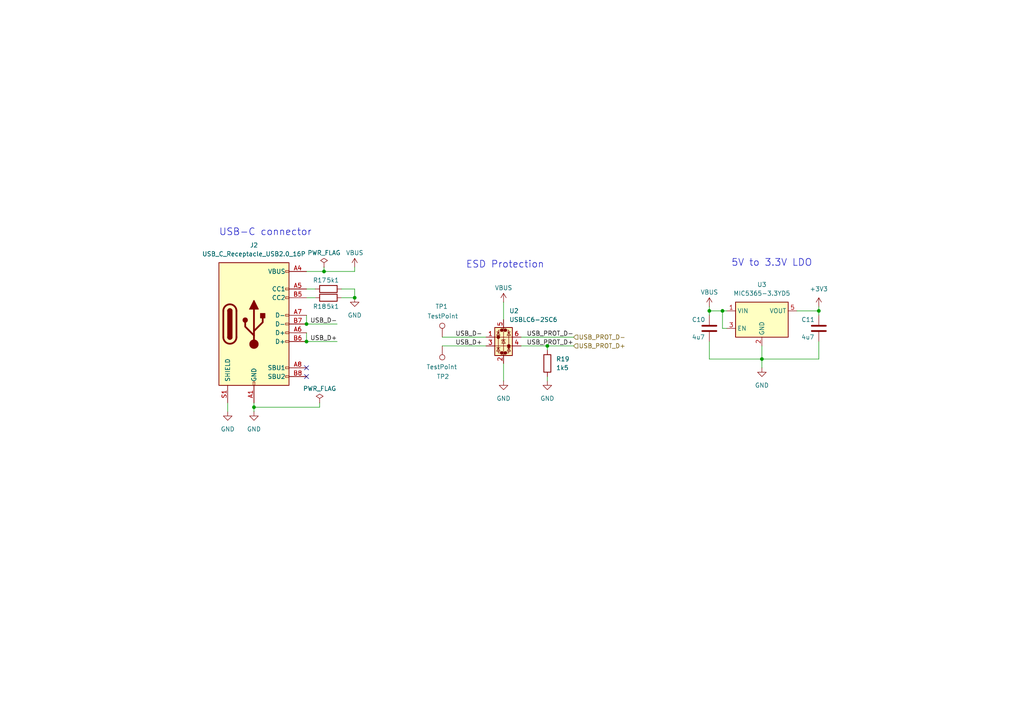
<source format=kicad_sch>
(kicad_sch (version 20231120) (generator "eeschema") (generator_version "8.0")
  (paper "A4")
  (lib_symbols
    (symbol "Connector:TestPoint" (pin_numbers hide) (pin_names (offset 0.762) hide)
      (property "Reference" "TP" (at 0 6.858 0))
      (property "Value" "TestPoint" (at 0 5.08 0))
      (symbol "TestPoint_0_1"
        (circle (center 0 3.302) (radius 0.762))
      )
      (symbol "TestPoint_1_1"
        (pin passive line (at 0 0 90) (length 2.54) (name "1") (number "1"))
      )
    )
    (symbol "Connector:USB_C_Receptacle_USB2.0_16P" (pin_names (offset 1.016))
      (property "Reference" "J" (at 0 22.225 0))
      (property "Value" "USB_C_Receptacle_USB2.0_16P" (at 0 19.685 0))
      (symbol "USB_C_Receptacle_USB2.0_16P_0_0"
        (rectangle (start -0.254 -17.78) (end 0.254 -16.764))
        (rectangle (start 10.16 -14.986) (end 9.144 -15.494))
        (rectangle (start 10.16 -12.446) (end 9.144 -12.954))
        (rectangle (start 10.16 -4.826) (end 9.144 -5.334))
        (rectangle (start 10.16 -2.286) (end 9.144 -2.794))
        (rectangle (start 10.16 0.254) (end 9.144 -0.254))
        (rectangle (start 10.16 2.794) (end 9.144 2.286))
        (rectangle (start 10.16 7.874) (end 9.144 7.366))
        (rectangle (start 10.16 10.414) (end 9.144 9.906))
        (rectangle (start 10.16 15.494) (end 9.144 14.986))
      )
      (symbol "USB_C_Receptacle_USB2.0_16P_0_1"
        (rectangle (start -10.16 17.78) (end 10.16 -17.78) (stroke (width 0.254)) (fill (type background)))
        (arc (start -8.89 -3.81) (mid -6.985 -5.7067) (end -5.08 -3.81) (stroke (width 0.508)))
        (arc (start -7.62 -3.81) (mid -6.985 -4.4423) (end -6.35 -3.81) (stroke (width 0.254)))
        (arc (start -7.62 -3.81) (mid -6.985 -4.4423) (end -6.35 -3.81) (stroke (width 0.254)) (fill (type outline)))
        (rectangle (start -7.62 -3.81) (end -6.35 3.81) (stroke (width 0.254)) (fill (type outline)))
        (arc (start -6.35 3.81) (mid -6.985 4.4423) (end -7.62 3.81) (stroke (width 0.254)))
        (arc (start -6.35 3.81) (mid -6.985 4.4423) (end -7.62 3.81) (stroke (width 0.254)) (fill (type outline)))
        (arc (start -5.08 3.81) (mid -6.985 5.7067) (end -8.89 3.81) (stroke (width 0.508)))
        (circle (center -2.54 1.143) (radius 0.635) (stroke (width 0.254)) (fill (type outline)))
        (circle (center 0 -5.842) (radius 1.27) (fill (type outline)))
        (polyline (pts (xy -8.89 -3.81) (xy -8.89 3.81)) (stroke (width 0.508)))
        (polyline (pts (xy -5.08 3.81) (xy -5.08 -3.81)) (stroke (width 0.508)))
        (polyline (pts (xy 0 -5.842) (xy 0 4.318)) (stroke (width 0.508)))
        (polyline (pts (xy 0 -3.302) (xy -2.54 -0.762) (xy -2.54 0.508)) (stroke (width 0.508)))
        (polyline (pts (xy 0 -2.032) (xy 2.54 0.508) (xy 2.54 1.778)) (stroke (width 0.508)))
        (polyline (pts (xy -1.27 4.318) (xy 0 6.858) (xy 1.27 4.318) (xy -1.27 4.318)) (stroke (width 0.254)) (fill (type outline)))
        (rectangle (start 1.905 1.778) (end 3.175 3.048) (stroke (width 0.254)) (fill (type outline)))
      )
      (symbol "USB_C_Receptacle_USB2.0_16P_1_1"
        (pin passive line (at 0 -22.86 90) (length 5.08) (name "GND") (number "A1"))
        (pin passive line (at 0 -22.86 90) (length 5.08) hide (name "GND") (number "A12"))
        (pin passive line (at 15.24 15.24 180) (length 5.08) (name "VBUS") (number "A4"))
        (pin bidirectional line (at 15.24 10.16 180) (length 5.08) (name "CC1") (number "A5"))
        (pin bidirectional line (at 15.24 -2.54 180) (length 5.08) (name "D+") (number "A6"))
        (pin bidirectional line (at 15.24 2.54 180) (length 5.08) (name "D-") (number "A7"))
        (pin bidirectional line (at 15.24 -12.7 180) (length 5.08) (name "SBU1") (number "A8"))
        (pin passive line (at 15.24 15.24 180) (length 5.08) hide (name "VBUS") (number "A9"))
        (pin passive line (at 0 -22.86 90) (length 5.08) hide (name "GND") (number "B1"))
        (pin passive line (at 0 -22.86 90) (length 5.08) hide (name "GND") (number "B12"))
        (pin passive line (at 15.24 15.24 180) (length 5.08) hide (name "VBUS") (number "B4"))
        (pin bidirectional line (at 15.24 7.62 180) (length 5.08) (name "CC2") (number "B5"))
        (pin bidirectional line (at 15.24 -5.08 180) (length 5.08) (name "D+") (number "B6"))
        (pin bidirectional line (at 15.24 0 180) (length 5.08) (name "D-") (number "B7"))
        (pin bidirectional line (at 15.24 -15.24 180) (length 5.08) (name "SBU2") (number "B8"))
        (pin passive line (at 15.24 15.24 180) (length 5.08) hide (name "VBUS") (number "B9"))
        (pin passive line (at -7.62 -22.86 90) (length 5.08) (name "SHIELD") (number "S1"))
      )
    )
    (symbol "Device:C" (pin_numbers hide) (pin_names (offset 0.254))
      (property "Reference" "C" (at 0.635 2.54 0))
      (property "Value" "C" (at 0.635 -2.54 0))
      (symbol "C_0_1"
        (polyline (pts (xy -2.032 -0.762) (xy 2.032 -0.762)) (stroke (width 0.508)))
        (polyline (pts (xy -2.032 0.762) (xy 2.032 0.762)) (stroke (width 0.508)))
      )
      (symbol "C_1_1"
        (pin passive line (at 0 3.81 270) (length 2.794) (name "~") (number "1"))
        (pin passive line (at 0 -3.81 90) (length 2.794) (name "~") (number "2"))
      )
    )
    (symbol "Device:R" (pin_numbers hide) (pin_names (offset 0))
      (property "Reference" "R" (at 2.032 0 90))
      (property "Value" "R" (at 0 0 90))
      (symbol "R_0_1"
        (rectangle (start -1.016 -2.54) (end 1.016 2.54) (stroke (width 0.254)))
      )
      (symbol "R_1_1"
        (pin passive line (at 0 3.81 270) (length 1.27) (name "~") (number "1"))
        (pin passive line (at 0 -3.81 90) (length 1.27) (name "~") (number "2"))
      )
    )
    (symbol "Power_Protection:USBLC6-2SC6" (pin_names hide)
      (property "Reference" "U" (at 0.635 5.715 0))
      (property "Value" "USBLC6-2SC6" (at 0.635 3.81 0))
      (symbol "USBLC6-2SC6_0_0"
        (circle (center -1.524 0) (radius 0.0001) (stroke (width 0.508)))
        (circle (center -0.508 -4.572) (radius 0.0001) (stroke (width 0.508)))
        (circle (center -0.508 2.032) (radius 0.0001) (stroke (width 0.508)))
        (circle (center 0.508 -4.572) (radius 0.0001) (stroke (width 0.508)))
        (circle (center 0.508 2.032) (radius 0.0001) (stroke (width 0.508)))
        (circle (center 1.524 -2.54) (radius 0.0001) (stroke (width 0.508)))
      )
      (symbol "USBLC6-2SC6_0_1"
        (polyline (pts (xy -2.54 -2.54) (xy 2.54 -2.54)))
        (polyline (pts (xy -2.54 0) (xy 2.54 0)))
        (polyline (pts (xy -2.032 -3.048) (xy -1.016 -3.048)))
        (polyline (pts (xy -1.016 1.524) (xy -2.032 1.524)))
        (polyline (pts (xy 1.016 -3.048) (xy 2.032 -3.048)))
        (polyline (pts (xy 1.016 1.524) (xy 2.032 1.524)))
        (polyline (pts (xy -0.508 -1.143) (xy -0.508 -0.762) (xy 0.508 -0.762)))
        (polyline (pts (xy -2.032 0.508) (xy -1.016 0.508) (xy -1.524 1.524) (xy -2.032 0.508)))
        (polyline (pts (xy -1.016 -4.064) (xy -2.032 -4.064) (xy -1.524 -3.048) (xy -1.016 -4.064)))
        (polyline (pts (xy 0.508 -1.778) (xy -0.508 -1.778) (xy 0 -0.762) (xy 0.508 -1.778)))
        (polyline (pts (xy 2.032 -4.064) (xy 1.016 -4.064) (xy 1.524 -3.048) (xy 2.032 -4.064)))
        (polyline (pts (xy 2.032 0.508) (xy 1.016 0.508) (xy 1.524 1.524) (xy 2.032 0.508)))
        (polyline (pts (xy 0 2.54) (xy -0.508 2.032) (xy 0.508 2.032) (xy 0 1.524) (xy 0 -4.064) (xy -0.508 -4.572) (xy 0.508 -4.572) (xy 0 -5.08)))
      )
      (symbol "USBLC6-2SC6_1_1"
        (rectangle (start -2.54 2.794) (end 2.54 -5.334) (stroke (width 0.254)) (fill (type background)))
        (polyline (pts (xy -0.508 2.032) (xy -1.524 2.032) (xy -1.524 -4.572) (xy -0.508 -4.572)))
        (polyline (pts (xy 0.508 -4.572) (xy 1.524 -4.572) (xy 1.524 2.032) (xy 0.508 2.032)))
        (pin passive line (at -5.08 0 0) (length 2.54) (name "I/O1") (number "1"))
        (pin passive line (at 0 -7.62 90) (length 2.54) (name "GND") (number "2"))
        (pin passive line (at -5.08 -2.54 0) (length 2.54) (name "I/O2") (number "3"))
        (pin passive line (at 5.08 -2.54 180) (length 2.54) (name "I/O2") (number "4"))
        (pin passive line (at 0 5.08 270) (length 2.54) (name "VBUS") (number "5"))
        (pin passive line (at 5.08 0 180) (length 2.54) (name "I/O1") (number "6"))
      )
    )
    (symbol "Regulator_Linear:MIC5365-3.3YD5"
      (property "Reference" "U" (at -7.62 6.35 0))
      (property "Value" "MIC5365-3.3YD5" (at 0 6.35 0))
      (symbol "MIC5365-3.3YD5_0_1"
        (rectangle (start -7.62 -5.08) (end 7.62 5.08) (stroke (width 0.254)) (fill (type background)))
      )
      (symbol "MIC5365-3.3YD5_1_1"
        (pin power_in line (at -10.16 2.54 0) (length 2.54) (name "VIN") (number "1"))
        (pin power_in line (at 0 -7.62 90) (length 2.54) (name "GND") (number "2"))
        (pin input line (at -10.16 -2.54 0) (length 2.54) (name "EN") (number "3"))
        (pin no_connect line (at 7.62 -2.54 180) (length 2.54) hide (name "NC") (number "4"))
        (pin power_out line (at 10.16 2.54 180) (length 2.54) (name "VOUT") (number "5"))
      )
    )
    (symbol "power:+3V3" (power) (pin_numbers hide) (pin_names (offset 0) hide)
      (property "Value" "+3V3" (at 0 3.556 0))
      (symbol "+3V3_0_1"
        (polyline (pts (xy -0.762 1.27) (xy 0 2.54)))
        (polyline (pts (xy 0 0) (xy 0 2.54)))
        (polyline (pts (xy 0 2.54) (xy 0.762 1.27)))
      )
      (symbol "+3V3_1_1"
        (pin power_in line (at 0 0 90) (length 0) (name "~") (number "1"))
      )
    )
    (symbol "power:GND" (power) (pin_numbers hide) (pin_names (offset 0) hide)
      (property "Value" "GND" (at 0 -3.81 0))
      (symbol "GND_0_1"
        (polyline (pts (xy 0 0) (xy 0 -1.27) (xy 1.27 -1.27) (xy 0 -2.54) (xy -1.27 -1.27) (xy 0 -1.27)))
      )
      (symbol "GND_1_1"
        (pin power_in line (at 0 0 270) (length 0) (name "~") (number "1"))
      )
    )
    (symbol "power:PWR_FLAG" (power) (pin_numbers hide) (pin_names (offset 0) hide)
      (property "Value" "PWR_FLAG" (at 0 3.81 0))
      (symbol "PWR_FLAG_0_0"
        (pin power_out line (at 0 0 90) (length 0) (name "~") (number "1"))
      )
      (symbol "PWR_FLAG_0_1"
        (polyline (pts (xy 0 0) (xy 0 1.27) (xy -1.016 1.905) (xy 0 2.54) (xy 1.016 1.905) (xy 0 1.27)))
      )
    )
    (symbol "power:VBUS" (power) (pin_numbers hide) (pin_names (offset 0) hide)
      (property "Value" "VBUS" (at 0 3.556 0))
      (symbol "VBUS_0_1"
        (polyline (pts (xy -0.762 1.27) (xy 0 2.54)))
        (polyline (pts (xy 0 0) (xy 0 2.54)))
        (polyline (pts (xy 0 2.54) (xy 0.762 1.27)))
      )
      (symbol "VBUS_1_1"
        (pin power_in line (at 0 0 90) (length 0) (name "~") (number "1"))
      )
    )
  )
  (junction (at 205.74 90.17))
  (junction (at 237.49 90.17))
  (junction (at 102.87 86.36))
  (junction (at 88.9 93.98))
  (junction (at 209.55 90.17))
  (junction (at 220.98 104.14))
  (junction (at 158.75 100.33))
  (junction (at 93.98 78.74))
  (junction (at 88.9 99.06))
  (junction (at 73.66 118.11))
  (no_connect (at 88.9 109.22))
  (no_connect (at 88.9 106.68))
  (wire (pts (xy 237.49 90.17) (xy 237.49 91.44)))
  (wire (pts (xy 205.74 99.06) (xy 205.74 104.14)))
  (wire (pts (xy 66.04 116.84) (xy 66.04 119.38)))
  (wire (pts (xy 88.9 86.36) (xy 91.44 86.36)))
  (wire (pts (xy 220.98 100.33) (xy 220.98 104.14)))
  (wire (pts (xy 158.75 109.22) (xy 158.75 110.49)))
  (wire (pts (xy 128.27 100.33) (xy 140.97 100.33)))
  (wire (pts (xy 88.9 96.52) (xy 88.9 99.06)))
  (wire (pts (xy 73.66 116.84) (xy 73.66 118.11)))
  (wire (pts (xy 220.98 104.14) (xy 237.49 104.14)))
  (wire (pts (xy 88.9 99.06) (xy 97.79 99.06)))
  (wire (pts (xy 158.75 100.33) (xy 166.37 100.33)))
  (wire (pts (xy 88.9 93.98) (xy 97.79 93.98)))
  (wire (pts (xy 237.49 88.9) (xy 237.49 90.17)))
  (wire (pts (xy 151.13 100.33) (xy 158.75 100.33)))
  (wire (pts (xy 73.66 118.11) (xy 73.66 119.38)))
  (wire (pts (xy 102.87 77.47) (xy 102.87 78.74)))
  (wire (pts (xy 220.98 106.68) (xy 220.98 104.14)))
  (wire (pts (xy 209.55 90.17) (xy 209.55 95.25)))
  (wire (pts (xy 151.13 97.79) (xy 166.37 97.79)))
  (wire (pts (xy 146.05 105.41) (xy 146.05 110.49)))
  (wire (pts (xy 88.9 91.44) (xy 88.9 93.98)))
  (wire (pts (xy 205.74 90.17) (xy 209.55 90.17)))
  (wire (pts (xy 93.98 78.74) (xy 102.87 78.74)))
  (wire (pts (xy 146.05 87.63) (xy 146.05 92.71)))
  (wire (pts (xy 158.75 100.33) (xy 158.75 101.6)))
  (wire (pts (xy 88.9 78.74) (xy 93.98 78.74)))
  (wire (pts (xy 205.74 90.17) (xy 205.74 91.44)))
  (wire (pts (xy 210.82 95.25) (xy 209.55 95.25)))
  (wire (pts (xy 102.87 83.82) (xy 102.87 86.36)))
  (wire (pts (xy 99.06 86.36) (xy 102.87 86.36)))
  (wire (pts (xy 205.74 88.9) (xy 205.74 90.17)))
  (wire (pts (xy 237.49 99.06) (xy 237.49 104.14)))
  (wire (pts (xy 99.06 83.82) (xy 102.87 83.82)))
  (wire (pts (xy 209.55 90.17) (xy 210.82 90.17)))
  (wire (pts (xy 93.98 77.47) (xy 93.98 78.74)))
  (wire (pts (xy 128.27 97.79) (xy 140.97 97.79)))
  (wire (pts (xy 88.9 83.82) (xy 91.44 83.82)))
  (wire (pts (xy 92.71 116.84) (xy 92.71 118.11)))
  (wire (pts (xy 231.14 90.17) (xy 237.49 90.17)))
  (wire (pts (xy 92.71 118.11) (xy 73.66 118.11)))
  (wire (pts (xy 205.74 104.14) (xy 220.98 104.14)))
  (text "USB-C connector" (at 63.5 68.58 0) (effects (font (size 2 2)) (justify left bottom)))
  (text "ESD Protection" (at 135.128 77.978 0) (effects (font (size 2 2)) (justify left bottom)))
  (text "5V to 3.3V LDO" (at 212.09 77.47 0) (effects (font (size 2 2)) (justify left bottom)))
  (label "USB_PROT_D-" (at 166.37 97.79 180))
  (label "USB_PROT_D+" (at 166.37 100.33 180))
  (label "USB_D-" (at 132.08 97.79 0))
  (label "USB_D+" (at 132.08 100.33 0))
  (label "USB_D+" (at 97.79 99.06 180))
  (label "USB_D-" (at 97.79 93.98 180))
  (hierarchical_label "USB_PROT_D-" (shape input) (at 166.37 97.79 0))
  (hierarchical_label "USB_PROT_D+" (shape input) (at 166.37 100.33 0))
  (symbol (lib_id "Device:C") (at 205.74 95.25 0) (unit 1)
    (property "Reference" "C10" (at 200.66 92.71 0) (effects (justify left)))
    (property "Value" "4u7" (at 200.66 97.79 0) (effects (justify left)))
    (property "Footprint" "Capacitor_SMD:C_0805_2012Metric" (effects (hide yes)))
    (property "Datasheet" "https://datasheet.lcsc.com/lcsc/2304140030_Samsung-Electro-Mechanics-CL21A475KAQNNNE_C1779.pdf" (effects (hide yes)))
    (property "Manufracturer" "Samsung Electro-Mechanics" (effects (hide yes)))
    (property "Manufracturer Part Number" "CL21A475KAQNNNE" (effects (hide yes)))
    (property "JLCPCB Part" "C1779" (effects (hide yes)))
  )
  (symbol (lib_id "Connector:TestPoint") (at 128.27 97.79 0) (unit 1)
    (property "Reference" "TP1" (at 126.238 88.9 0) (effects (justify left)))
    (property "Value" "TestPoint" (at 123.952 91.694 0) (effects (justify left)))
    (property "Description" "test point" (effects (hide yes)))
  )
  (symbol (lib_id "Device:R") (at 95.25 86.36 90) (unit 1)
    (property "Reference" "R18" (at 92.71 88.9 90))
    (property "Value" "5k1" (at 96.52 88.9 90))
    (property "Footprint" "Resistor_SMD:R_0603_1608Metric" (effects (hide yes)))
    (property "Datasheet" "https://www.lcsc.com/datasheet/lcsc_datasheet_2206010116_UNI-ROYAL-Uniroyal-Elec-0603WAF5101T5E_C23186.pdf" (effects (hide yes)))
    (property "Manufracturer" "UNI-ROYAL(Uniroyal Elec)" (effects (hide yes)))
    (property "Manufracturer Part Number" "0603WAF5101T5E" (effects (hide yes)))
    (property "JLCPCB Part" "C23186" (effects (hide yes)))
  )
  (symbol (lib_id "power:+3V3") (at 237.49 88.9 0) (unit 1)
    (property "Reference" "#PWR039" (effects (hide yes)))
    (property "Value" "+3V3" (at 237.49 83.82 0))
    (property "Description" "Power symbol creates a global label with name \"+3V3\"" (effects (hide yes)))
  )
  (symbol (lib_id "Regulator_Linear:MIC5365-3.3YD5") (at 220.98 92.71 0) (unit 1)
    (property "Reference" "U3" (at 220.98 82.55 0))
    (property "Value" "MIC5365-3.3YD5" (at 220.98 85.09 0))
    (property "Footprint" "Package_TO_SOT_SMD:SOT-23-5" (effects (hide yes)))
    (property "Datasheet" "https://datasheet.lcsc.com/lcsc/1811131510_MICRONE-Nanjing-Micro-One-Elec-ME6211C33M5G-N_C82942.pdf" (effects (hide yes)))
    (property "Manufracturer" "MICRONE(Nanjing Micro One Elec)" (effects (hide yes)))
    (property "Manufracturer Part Number" "ME6211C33M5G-N" (effects (hide yes)))
    (property "JLCPCB Part" "C82942" (effects (hide yes)))
  )
  (symbol (lib_id "Device:R") (at 95.25 83.82 90) (unit 1)
    (property "Reference" "R17" (at 92.71 81.28 90))
    (property "Value" "5k1" (at 96.52 81.28 90))
    (property "Footprint" "Resistor_SMD:R_0603_1608Metric" (effects (hide yes)))
    (property "Datasheet" "https://www.lcsc.com/datasheet/lcsc_datasheet_2206010116_UNI-ROYAL-Uniroyal-Elec-0603WAF5101T5E_C23186.pdf" (effects (hide yes)))
    (property "Manufracturer" "UNI-ROYAL(Uniroyal Elec)" (effects (hide yes)))
    (property "Manufracturer Part Number" "0603WAF5101T5E" (effects (hide yes)))
    (property "JLCPCB Part" "C23186" (effects (hide yes)))
  )
  (symbol (lib_id "power:GND") (at 146.05 110.49 0) (unit 1)
    (property "Reference" "#PWR035" (effects (hide yes)))
    (property "Value" "GND" (at 146.05 115.57 0))
    (property "Description" "Power symbol creates a global label with name \"GND\" , ground" (effects (hide yes)))
  )
  (symbol (lib_id "Power_Protection:USBLC6-2SC6") (at 146.05 97.79 0) (unit 1)
    (property "Reference" "U2" (at 147.7011 90.17 0) (effects (justify left)))
    (property "Value" "USBLC6-2SC6" (at 147.7011 92.71 0) (effects (justify left)))
    (property "Footprint" "Package_TO_SOT_SMD:SOT-23-6" (effects (hide yes)))
    (property "Datasheet" "https://www.st.com/resource/en/datasheet/usblc6-2.pdf" (effects (hide yes)))
    (property "Description" "Very low capacitance ESD protection diode, 2 data-line, SOT-23-6" (effects (hide yes)))
  )
  (symbol (lib_id "power:GND") (at 220.98 106.68 0) (unit 1)
    (property "Reference" "#PWR038" (effects (hide yes)))
    (property "Value" "GND" (at 220.98 111.76 0))
    (property "Description" "Power symbol creates a global label with name \"GND\" , ground" (effects (hide yes)))
  )
  (symbol (lib_id "power:VBUS") (at 146.05 87.63 0) (unit 1)
    (property "Reference" "#PWR034" (effects (hide yes)))
    (property "Value" "VBUS" (at 146.05 83.4969 0))
    (property "Description" "Power symbol creates a global label with name \"VBUS\"" (effects (hide yes)))
  )
  (symbol (lib_id "power:GND") (at 73.66 119.38 0) (unit 1)
    (property "Reference" "#PWR031" (effects (hide yes)))
    (property "Value" "GND" (at 73.66 124.46 0))
    (property "Description" "Power symbol creates a global label with name \"GND\" , ground" (effects (hide yes)))
  )
  (symbol (lib_id "power:GND") (at 102.87 86.36 0) (unit 1)
    (property "Reference" "#PWR033" (effects (hide yes)))
    (property "Value" "GND" (at 102.87 91.44 0))
    (property "Description" "Power symbol creates a global label with name \"GND\" , ground" (effects (hide yes)))
  )
  (symbol (lib_id "Connector:USB_C_Receptacle_USB2.0_16P") (at 73.66 93.98 0) (unit 1)
    (property "Reference" "J2" (at 73.66 71.12 0))
    (property "Value" "USB_C_Receptacle_USB2.0_16P" (at 73.66 73.66 0))
    (property "Footprint" "NiasStuff:USB_C_Receptacle_G-Switch_GT-USB-7010ASV" (effects (hide yes)))
    (property "Datasheet" "https://www.lcsc.com/datasheet/lcsc_datasheet_2312191005_G-Switch-GT-USB-7010C_C2843967.pdf" (effects (hide yes)))
    (property "Description" "USB 2.0-only 16P Type-C Receptacle connector" (effects (hide yes)))
    (property "JLCPCB Part" "C2843967" (effects (hide yes)))
    (property "Manufracturer" "G-Switch" (effects (hide yes)))
    (property "Manufracturer Part Number" "GT-USB-7010C" (effects (hide yes)))
  )
  (symbol (lib_id "power:VBUS") (at 102.87 77.47 0) (unit 1)
    (property "Reference" "#PWR032" (effects (hide yes)))
    (property "Value" "VBUS" (at 102.87 73.3369 0))
    (property "Description" "Power symbol creates a global label with name \"VBUS\"" (effects (hide yes)))
  )
  (symbol (lib_id "power:PWR_FLAG") (at 92.71 116.84 0) (unit 1)
    (property "Reference" "#FLG01" (effects (hide yes)))
    (property "Value" "PWR_FLAG" (at 92.71 112.7069 0))
    (property "Description" "Special symbol for telling ERC where power comes from" (effects (hide yes)))
  )
  (symbol (lib_id "Device:C") (at 237.49 95.25 0) (unit 1)
    (property "Reference" "C11" (at 232.41 92.71 0) (effects (justify left)))
    (property "Value" "4u7" (at 232.41 97.79 0) (effects (justify left)))
    (property "Footprint" "Capacitor_SMD:C_0805_2012Metric" (effects (hide yes)))
    (property "Datasheet" "https://datasheet.lcsc.com/lcsc/2304140030_Samsung-Electro-Mechanics-CL21A475KAQNNNE_C1779.pdf" (effects (hide yes)))
    (property "Manufracturer" "Samsung Electro-Mechanics" (effects (hide yes)))
    (property "Manufracturer Part Number" "CL21A475KAQNNNE" (effects (hide yes)))
    (property "JLCPCB Part" "C1779" (effects (hide yes)))
  )
  (symbol (lib_id "power:GND") (at 66.04 119.38 0) (unit 1)
    (property "Reference" "#PWR030" (effects (hide yes)))
    (property "Value" "GND" (at 66.04 124.46 0))
    (property "Description" "Power symbol creates a global label with name \"GND\" , ground" (effects (hide yes)))
  )
  (symbol (lib_id "power:VBUS") (at 205.74 88.9 0) (unit 1)
    (property "Reference" "#PWR037" (effects (hide yes)))
    (property "Value" "VBUS" (at 205.74 84.7669 0))
    (property "Description" "Power symbol creates a global label with name \"VBUS\"" (effects (hide yes)))
  )
  (symbol (lib_id "Device:R") (at 158.75 105.41 0) (unit 1)
    (property "Reference" "R19" (at 161.29 104.1399 0) (effects (justify left)))
    (property "Value" "1k5" (at 161.29 106.6799 0) (effects (justify left)))
    (property "Footprint" "Resistor_SMD:R_0805_2012Metric" (effects (hide yes)))
    (property "Datasheet" "https://www.lcsc.com/datasheet/lcsc_datasheet_2206010216_UNI-ROYAL-Uniroyal-Elec-0805W8F1501T5E_C4310.pdf" (effects (hide yes)))
    (property "Description" "Resistor" (effects (hide yes)))
    (property "JLCPCB Part" "C4310" (effects (hide yes)))
    (property "Manufracturer" "UNI-ROYAL(Uniroyal Elec)" (effects (hide yes)))
    (property "Manufracturer Part Number" "0805W8F1501T5E" (effects (hide yes)))
  )
  (symbol (lib_id "power:GND") (at 158.75 110.49 0) (unit 1)
    (property "Reference" "#PWR036" (effects (hide yes)))
    (property "Value" "GND" (at 158.75 115.57 0))
    (property "Description" "Power symbol creates a global label with name \"GND\" , ground" (effects (hide yes)))
  )
  (symbol (lib_id "Connector:TestPoint") (at 128.27 100.33 180) (unit 1)
    (property "Reference" "TP2" (at 130.302 109.22 0) (effects (justify left)))
    (property "Value" "TestPoint" (at 132.588 106.426 0) (effects (justify left)))
    (property "Description" "test point" (effects (hide yes)))
  )
  (symbol (lib_id "power:PWR_FLAG") (at 93.98 77.47 0) (unit 1)
    (property "Reference" "#FLG02" (effects (hide yes)))
    (property "Value" "PWR_FLAG" (at 93.98 73.3369 0))
    (property "Description" "Special symbol for telling ERC where power comes from" (effects (hide yes)))
  )
)
</source>
